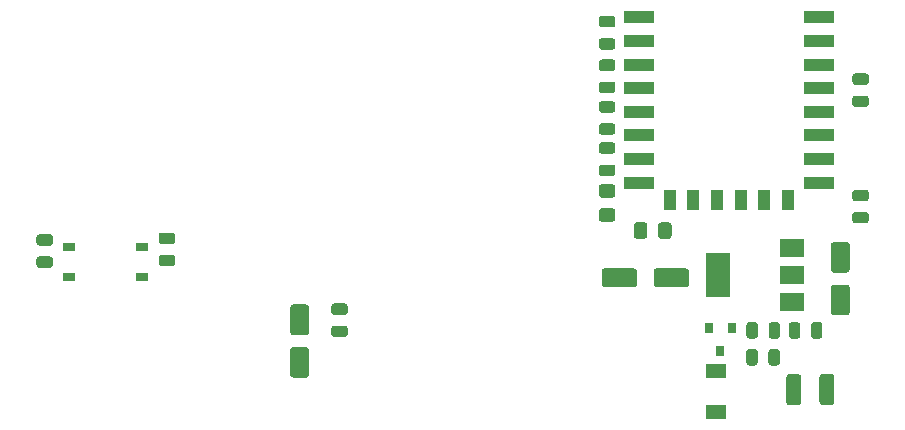
<source format=gbr>
%TF.GenerationSoftware,KiCad,Pcbnew,5.99.0-unknown-a61ea1f~102~ubuntu18.04.1*%
%TF.CreationDate,2020-07-28T16:03:14+02:00*%
%TF.ProjectId,switch,73776974-6368-42e6-9b69-6361645f7063,rev?*%
%TF.SameCoordinates,Original*%
%TF.FileFunction,Paste,Top*%
%TF.FilePolarity,Positive*%
%FSLAX46Y46*%
G04 Gerber Fmt 4.6, Leading zero omitted, Abs format (unit mm)*
G04 Created by KiCad (PCBNEW 5.99.0-unknown-a61ea1f~102~ubuntu18.04.1) date 2020-07-28 16:03:14*
%MOMM*%
%LPD*%
G01*
G04 APERTURE LIST*
%ADD10R,1.000000X0.800000*%
%ADD11R,2.000000X1.500000*%
%ADD12R,2.000000X3.800000*%
%ADD13R,2.500000X1.000000*%
%ADD14R,1.000000X1.800000*%
%ADD15R,0.800000X0.900000*%
%ADD16R,1.700000X1.300000*%
G04 APERTURE END LIST*
D10*
%TO.C,D2*%
X109193000Y-92684600D03*
X109193000Y-90144600D03*
X115343000Y-90144600D03*
X115343000Y-92684600D03*
%TD*%
D11*
%TO.C,U3*%
X170409000Y-94819500D03*
X170409000Y-90219500D03*
X170409000Y-92519500D03*
D12*
X164109000Y-92519500D03*
%TD*%
D13*
%TO.C,U2*%
X172656500Y-70708000D03*
X172656500Y-72708000D03*
X172656500Y-74708000D03*
X172656500Y-76708000D03*
X172656500Y-78708000D03*
X172656500Y-80708000D03*
X172656500Y-82708000D03*
X172656500Y-84708000D03*
D14*
X170056500Y-86208000D03*
X168056500Y-86208000D03*
X166056500Y-86208000D03*
X164056500Y-86208000D03*
X162056500Y-86208000D03*
X160056500Y-86208000D03*
D13*
X157456500Y-84708000D03*
X157456500Y-82708000D03*
X157456500Y-80708000D03*
X157456500Y-78708000D03*
X157456500Y-76708000D03*
X157456500Y-74708000D03*
X157456500Y-72708000D03*
X157456500Y-70708000D03*
%TD*%
%TO.C,R18*%
G36*
G01*
X154293250Y-72474000D02*
X155205750Y-72474000D01*
G75*
G02*
X155449500Y-72717750I0J-243750D01*
G01*
X155449500Y-73205250D01*
G75*
G02*
X155205750Y-73449000I-243750J0D01*
G01*
X154293250Y-73449000D01*
G75*
G02*
X154049500Y-73205250I0J243750D01*
G01*
X154049500Y-72717750D01*
G75*
G02*
X154293250Y-72474000I243750J0D01*
G01*
G37*
G36*
G01*
X154293250Y-70599000D02*
X155205750Y-70599000D01*
G75*
G02*
X155449500Y-70842750I0J-243750D01*
G01*
X155449500Y-71330250D01*
G75*
G02*
X155205750Y-71574000I-243750J0D01*
G01*
X154293250Y-71574000D01*
G75*
G02*
X154049500Y-71330250I0J243750D01*
G01*
X154049500Y-70842750D01*
G75*
G02*
X154293250Y-70599000I243750J0D01*
G01*
G37*
%TD*%
%TO.C,R17*%
G36*
G01*
X155205750Y-78783000D02*
X154293250Y-78783000D01*
G75*
G02*
X154049500Y-78539250I0J243750D01*
G01*
X154049500Y-78051750D01*
G75*
G02*
X154293250Y-77808000I243750J0D01*
G01*
X155205750Y-77808000D01*
G75*
G02*
X155449500Y-78051750I0J-243750D01*
G01*
X155449500Y-78539250D01*
G75*
G02*
X155205750Y-78783000I-243750J0D01*
G01*
G37*
G36*
G01*
X155205750Y-80658000D02*
X154293250Y-80658000D01*
G75*
G02*
X154049500Y-80414250I0J243750D01*
G01*
X154049500Y-79926750D01*
G75*
G02*
X154293250Y-79683000I243750J0D01*
G01*
X155205750Y-79683000D01*
G75*
G02*
X155449500Y-79926750I0J-243750D01*
G01*
X155449500Y-80414250D01*
G75*
G02*
X155205750Y-80658000I-243750J0D01*
G01*
G37*
%TD*%
%TO.C,R15*%
G36*
G01*
X154293250Y-76157000D02*
X155205750Y-76157000D01*
G75*
G02*
X155449500Y-76400750I0J-243750D01*
G01*
X155449500Y-76888250D01*
G75*
G02*
X155205750Y-77132000I-243750J0D01*
G01*
X154293250Y-77132000D01*
G75*
G02*
X154049500Y-76888250I0J243750D01*
G01*
X154049500Y-76400750D01*
G75*
G02*
X154293250Y-76157000I243750J0D01*
G01*
G37*
G36*
G01*
X154293250Y-74282000D02*
X155205750Y-74282000D01*
G75*
G02*
X155449500Y-74525750I0J-243750D01*
G01*
X155449500Y-75013250D01*
G75*
G02*
X155205750Y-75257000I-243750J0D01*
G01*
X154293250Y-75257000D01*
G75*
G02*
X154049500Y-75013250I0J243750D01*
G01*
X154049500Y-74525750D01*
G75*
G02*
X154293250Y-74282000I243750J0D01*
G01*
G37*
%TD*%
%TO.C,R14*%
G36*
G01*
X175756250Y-77333500D02*
X176668750Y-77333500D01*
G75*
G02*
X176912500Y-77577250I0J-243750D01*
G01*
X176912500Y-78064750D01*
G75*
G02*
X176668750Y-78308500I-243750J0D01*
G01*
X175756250Y-78308500D01*
G75*
G02*
X175512500Y-78064750I0J243750D01*
G01*
X175512500Y-77577250D01*
G75*
G02*
X175756250Y-77333500I243750J0D01*
G01*
G37*
G36*
G01*
X175756250Y-75458500D02*
X176668750Y-75458500D01*
G75*
G02*
X176912500Y-75702250I0J-243750D01*
G01*
X176912500Y-76189750D01*
G75*
G02*
X176668750Y-76433500I-243750J0D01*
G01*
X175756250Y-76433500D01*
G75*
G02*
X175512500Y-76189750I0J243750D01*
G01*
X175512500Y-75702250D01*
G75*
G02*
X175756250Y-75458500I243750J0D01*
G01*
G37*
%TD*%
%TO.C,R13*%
G36*
G01*
X176668750Y-86291000D02*
X175756250Y-86291000D01*
G75*
G02*
X175512500Y-86047250I0J243750D01*
G01*
X175512500Y-85559750D01*
G75*
G02*
X175756250Y-85316000I243750J0D01*
G01*
X176668750Y-85316000D01*
G75*
G02*
X176912500Y-85559750I0J-243750D01*
G01*
X176912500Y-86047250D01*
G75*
G02*
X176668750Y-86291000I-243750J0D01*
G01*
G37*
G36*
G01*
X176668750Y-88166000D02*
X175756250Y-88166000D01*
G75*
G02*
X175512500Y-87922250I0J243750D01*
G01*
X175512500Y-87434750D01*
G75*
G02*
X175756250Y-87191000I243750J0D01*
G01*
X176668750Y-87191000D01*
G75*
G02*
X176912500Y-87434750I0J-243750D01*
G01*
X176912500Y-87922250D01*
G75*
G02*
X176668750Y-88166000I-243750J0D01*
G01*
G37*
%TD*%
%TO.C,R7*%
G36*
G01*
X168407500Y-99960750D02*
X168407500Y-99048250D01*
G75*
G02*
X168651250Y-98804500I243750J0D01*
G01*
X169138750Y-98804500D01*
G75*
G02*
X169382500Y-99048250I0J-243750D01*
G01*
X169382500Y-99960750D01*
G75*
G02*
X169138750Y-100204500I-243750J0D01*
G01*
X168651250Y-100204500D01*
G75*
G02*
X168407500Y-99960750I0J243750D01*
G01*
G37*
G36*
G01*
X166532500Y-99960750D02*
X166532500Y-99048250D01*
G75*
G02*
X166776250Y-98804500I243750J0D01*
G01*
X167263750Y-98804500D01*
G75*
G02*
X167507500Y-99048250I0J-243750D01*
G01*
X167507500Y-99960750D01*
G75*
G02*
X167263750Y-100204500I-243750J0D01*
G01*
X166776250Y-100204500D01*
G75*
G02*
X166532500Y-99960750I0J243750D01*
G01*
G37*
%TD*%
%TO.C,R6*%
G36*
G01*
X168422500Y-97674750D02*
X168422500Y-96762250D01*
G75*
G02*
X168666250Y-96518500I243750J0D01*
G01*
X169153750Y-96518500D01*
G75*
G02*
X169397500Y-96762250I0J-243750D01*
G01*
X169397500Y-97674750D01*
G75*
G02*
X169153750Y-97918500I-243750J0D01*
G01*
X168666250Y-97918500D01*
G75*
G02*
X168422500Y-97674750I0J243750D01*
G01*
G37*
G36*
G01*
X166547500Y-97674750D02*
X166547500Y-96762250D01*
G75*
G02*
X166791250Y-96518500I243750J0D01*
G01*
X167278750Y-96518500D01*
G75*
G02*
X167522500Y-96762250I0J-243750D01*
G01*
X167522500Y-97674750D01*
G75*
G02*
X167278750Y-97918500I-243750J0D01*
G01*
X166791250Y-97918500D01*
G75*
G02*
X166547500Y-97674750I0J243750D01*
G01*
G37*
%TD*%
%TO.C,R4*%
G36*
G01*
X106668250Y-90952500D02*
X107580750Y-90952500D01*
G75*
G02*
X107824500Y-91196250I0J-243750D01*
G01*
X107824500Y-91683750D01*
G75*
G02*
X107580750Y-91927500I-243750J0D01*
G01*
X106668250Y-91927500D01*
G75*
G02*
X106424500Y-91683750I0J243750D01*
G01*
X106424500Y-91196250D01*
G75*
G02*
X106668250Y-90952500I243750J0D01*
G01*
G37*
G36*
G01*
X106668250Y-89077500D02*
X107580750Y-89077500D01*
G75*
G02*
X107824500Y-89321250I0J-243750D01*
G01*
X107824500Y-89808750D01*
G75*
G02*
X107580750Y-90052500I-243750J0D01*
G01*
X106668250Y-90052500D01*
G75*
G02*
X106424500Y-89808750I0J243750D01*
G01*
X106424500Y-89321250D01*
G75*
G02*
X106668250Y-89077500I243750J0D01*
G01*
G37*
%TD*%
%TO.C,R3*%
G36*
G01*
X132555391Y-95913213D02*
X131642891Y-95913213D01*
G75*
G02*
X131399141Y-95669463I0J243750D01*
G01*
X131399141Y-95181963D01*
G75*
G02*
X131642891Y-94938213I243750J0D01*
G01*
X132555391Y-94938213D01*
G75*
G02*
X132799141Y-95181963I0J-243750D01*
G01*
X132799141Y-95669463D01*
G75*
G02*
X132555391Y-95913213I-243750J0D01*
G01*
G37*
G36*
G01*
X132555391Y-97788213D02*
X131642891Y-97788213D01*
G75*
G02*
X131399141Y-97544463I0J243750D01*
G01*
X131399141Y-97056963D01*
G75*
G02*
X131642891Y-96813213I243750J0D01*
G01*
X132555391Y-96813213D01*
G75*
G02*
X132799141Y-97056963I0J-243750D01*
G01*
X132799141Y-97544463D01*
G75*
G02*
X132555391Y-97788213I-243750J0D01*
G01*
G37*
%TD*%
%TO.C,R2*%
G36*
G01*
X171112000Y-96762250D02*
X171112000Y-97674750D01*
G75*
G02*
X170868250Y-97918500I-243750J0D01*
G01*
X170380750Y-97918500D01*
G75*
G02*
X170137000Y-97674750I0J243750D01*
G01*
X170137000Y-96762250D01*
G75*
G02*
X170380750Y-96518500I243750J0D01*
G01*
X170868250Y-96518500D01*
G75*
G02*
X171112000Y-96762250I0J-243750D01*
G01*
G37*
G36*
G01*
X172987000Y-96762250D02*
X172987000Y-97674750D01*
G75*
G02*
X172743250Y-97918500I-243750J0D01*
G01*
X172255750Y-97918500D01*
G75*
G02*
X172012000Y-97674750I0J243750D01*
G01*
X172012000Y-96762250D01*
G75*
G02*
X172255750Y-96518500I243750J0D01*
G01*
X172743250Y-96518500D01*
G75*
G02*
X172987000Y-96762250I0J-243750D01*
G01*
G37*
%TD*%
%TO.C,R1*%
G36*
G01*
X117018750Y-90810500D02*
X117931250Y-90810500D01*
G75*
G02*
X118175000Y-91054250I0J-243750D01*
G01*
X118175000Y-91541750D01*
G75*
G02*
X117931250Y-91785500I-243750J0D01*
G01*
X117018750Y-91785500D01*
G75*
G02*
X116775000Y-91541750I0J243750D01*
G01*
X116775000Y-91054250D01*
G75*
G02*
X117018750Y-90810500I243750J0D01*
G01*
G37*
G36*
G01*
X117018750Y-88935500D02*
X117931250Y-88935500D01*
G75*
G02*
X118175000Y-89179250I0J-243750D01*
G01*
X118175000Y-89666750D01*
G75*
G02*
X117931250Y-89910500I-243750J0D01*
G01*
X117018750Y-89910500D01*
G75*
G02*
X116775000Y-89666750I0J243750D01*
G01*
X116775000Y-89179250D01*
G75*
G02*
X117018750Y-88935500I243750J0D01*
G01*
G37*
%TD*%
D15*
%TO.C,Q1*%
X164338000Y-99002489D03*
X163388000Y-97002489D03*
X165288000Y-97002489D03*
%TD*%
%TO.C,D3*%
G36*
G01*
X154293250Y-83175500D02*
X155205750Y-83175500D01*
G75*
G02*
X155449500Y-83419250I0J-243750D01*
G01*
X155449500Y-83906750D01*
G75*
G02*
X155205750Y-84150500I-243750J0D01*
G01*
X154293250Y-84150500D01*
G75*
G02*
X154049500Y-83906750I0J243750D01*
G01*
X154049500Y-83419250D01*
G75*
G02*
X154293250Y-83175500I243750J0D01*
G01*
G37*
G36*
G01*
X154293250Y-81300500D02*
X155205750Y-81300500D01*
G75*
G02*
X155449500Y-81544250I0J-243750D01*
G01*
X155449500Y-82031750D01*
G75*
G02*
X155205750Y-82275500I-243750J0D01*
G01*
X154293250Y-82275500D01*
G75*
G02*
X154049500Y-82031750I0J243750D01*
G01*
X154049500Y-81544250D01*
G75*
G02*
X154293250Y-81300500I243750J0D01*
G01*
G37*
%TD*%
D16*
%TO.C,D1*%
X163931600Y-100634800D03*
X163931600Y-104134800D03*
%TD*%
%TO.C,C7*%
G36*
G01*
X158688000Y-93323500D02*
X158688000Y-92223500D01*
G75*
G02*
X158938000Y-91973500I250000J0D01*
G01*
X161438000Y-91973500D01*
G75*
G02*
X161688000Y-92223500I0J-250000D01*
G01*
X161688000Y-93323500D01*
G75*
G02*
X161438000Y-93573500I-250000J0D01*
G01*
X158938000Y-93573500D01*
G75*
G02*
X158688000Y-93323500I0J250000D01*
G01*
G37*
G36*
G01*
X154288000Y-93323500D02*
X154288000Y-92223500D01*
G75*
G02*
X154538000Y-91973500I250000J0D01*
G01*
X157038000Y-91973500D01*
G75*
G02*
X157288000Y-92223500I0J-250000D01*
G01*
X157288000Y-93323500D01*
G75*
G02*
X157038000Y-93573500I-250000J0D01*
G01*
X154538000Y-93573500D01*
G75*
G02*
X154288000Y-93323500I0J250000D01*
G01*
G37*
%TD*%
%TO.C,C6*%
G36*
G01*
X158164000Y-88322999D02*
X158164000Y-89223001D01*
G75*
G02*
X157914001Y-89473000I-249999J0D01*
G01*
X157263999Y-89473000D01*
G75*
G02*
X157014000Y-89223001I0J249999D01*
G01*
X157014000Y-88322999D01*
G75*
G02*
X157263999Y-88073000I249999J0D01*
G01*
X157914001Y-88073000D01*
G75*
G02*
X158164000Y-88322999I0J-249999D01*
G01*
G37*
G36*
G01*
X160214000Y-88322999D02*
X160214000Y-89223001D01*
G75*
G02*
X159964001Y-89473000I-249999J0D01*
G01*
X159313999Y-89473000D01*
G75*
G02*
X159064000Y-89223001I0J249999D01*
G01*
X159064000Y-88322999D01*
G75*
G02*
X159313999Y-88073000I249999J0D01*
G01*
X159964001Y-88073000D01*
G75*
G02*
X160214000Y-88322999I0J-249999D01*
G01*
G37*
%TD*%
%TO.C,C5*%
G36*
G01*
X155199501Y-85982500D02*
X154299499Y-85982500D01*
G75*
G02*
X154049500Y-85732501I0J249999D01*
G01*
X154049500Y-85082499D01*
G75*
G02*
X154299499Y-84832500I249999J0D01*
G01*
X155199501Y-84832500D01*
G75*
G02*
X155449500Y-85082499I0J-249999D01*
G01*
X155449500Y-85732501D01*
G75*
G02*
X155199501Y-85982500I-249999J0D01*
G01*
G37*
G36*
G01*
X155199501Y-88032500D02*
X154299499Y-88032500D01*
G75*
G02*
X154049500Y-87782501I0J249999D01*
G01*
X154049500Y-87132499D01*
G75*
G02*
X154299499Y-86882500I249999J0D01*
G01*
X155199501Y-86882500D01*
G75*
G02*
X155449500Y-87132499I0J-249999D01*
G01*
X155449500Y-87782501D01*
G75*
G02*
X155199501Y-88032500I-249999J0D01*
G01*
G37*
%TD*%
%TO.C,C4*%
G36*
G01*
X173948000Y-93337000D02*
X175048000Y-93337000D01*
G75*
G02*
X175298000Y-93587000I0J-250000D01*
G01*
X175298000Y-95687000D01*
G75*
G02*
X175048000Y-95937000I-250000J0D01*
G01*
X173948000Y-95937000D01*
G75*
G02*
X173698000Y-95687000I0J250000D01*
G01*
X173698000Y-93587000D01*
G75*
G02*
X173948000Y-93337000I250000J0D01*
G01*
G37*
G36*
G01*
X173948000Y-89737000D02*
X175048000Y-89737000D01*
G75*
G02*
X175298000Y-89987000I0J-250000D01*
G01*
X175298000Y-92087000D01*
G75*
G02*
X175048000Y-92337000I-250000J0D01*
G01*
X173948000Y-92337000D01*
G75*
G02*
X173698000Y-92087000I0J250000D01*
G01*
X173698000Y-89987000D01*
G75*
G02*
X173948000Y-89737000I250000J0D01*
G01*
G37*
%TD*%
%TO.C,C3*%
G36*
G01*
X128164500Y-98626667D02*
X129264500Y-98626667D01*
G75*
G02*
X129514500Y-98876667I0J-250000D01*
G01*
X129514500Y-100976667D01*
G75*
G02*
X129264500Y-101226667I-250000J0D01*
G01*
X128164500Y-101226667D01*
G75*
G02*
X127914500Y-100976667I0J250000D01*
G01*
X127914500Y-98876667D01*
G75*
G02*
X128164500Y-98626667I250000J0D01*
G01*
G37*
G36*
G01*
X128164500Y-95026667D02*
X129264500Y-95026667D01*
G75*
G02*
X129514500Y-95276667I0J-250000D01*
G01*
X129514500Y-97376667D01*
G75*
G02*
X129264500Y-97626667I-250000J0D01*
G01*
X128164500Y-97626667D01*
G75*
G02*
X127914500Y-97376667I0J250000D01*
G01*
X127914500Y-95276667D01*
G75*
G02*
X128164500Y-95026667I250000J0D01*
G01*
G37*
%TD*%
%TO.C,C1*%
G36*
G01*
X171183000Y-101160000D02*
X171183000Y-103310000D01*
G75*
G02*
X170933000Y-103560000I-250000J0D01*
G01*
X170183000Y-103560000D01*
G75*
G02*
X169933000Y-103310000I0J250000D01*
G01*
X169933000Y-101160000D01*
G75*
G02*
X170183000Y-100910000I250000J0D01*
G01*
X170933000Y-100910000D01*
G75*
G02*
X171183000Y-101160000I0J-250000D01*
G01*
G37*
G36*
G01*
X173983000Y-101160000D02*
X173983000Y-103310000D01*
G75*
G02*
X173733000Y-103560000I-250000J0D01*
G01*
X172983000Y-103560000D01*
G75*
G02*
X172733000Y-103310000I0J250000D01*
G01*
X172733000Y-101160000D01*
G75*
G02*
X172983000Y-100910000I250000J0D01*
G01*
X173733000Y-100910000D01*
G75*
G02*
X173983000Y-101160000I0J-250000D01*
G01*
G37*
%TD*%
M02*

</source>
